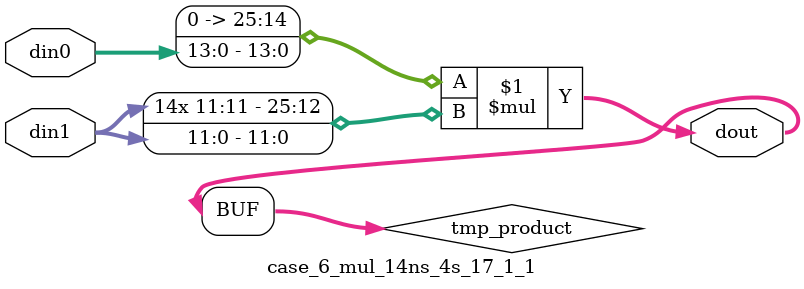
<source format=v>

`timescale 1 ns / 1 ps

 (* use_dsp = "no" *)  module case_6_mul_14ns_4s_17_1_1(din0, din1, dout);
parameter ID = 1;
parameter NUM_STAGE = 0;
parameter din0_WIDTH = 14;
parameter din1_WIDTH = 12;
parameter dout_WIDTH = 26;

input [din0_WIDTH - 1 : 0] din0; 
input [din1_WIDTH - 1 : 0] din1; 
output [dout_WIDTH - 1 : 0] dout;

wire signed [dout_WIDTH - 1 : 0] tmp_product;

























assign tmp_product = $signed({1'b0, din0}) * $signed(din1);










assign dout = tmp_product;





















endmodule

</source>
